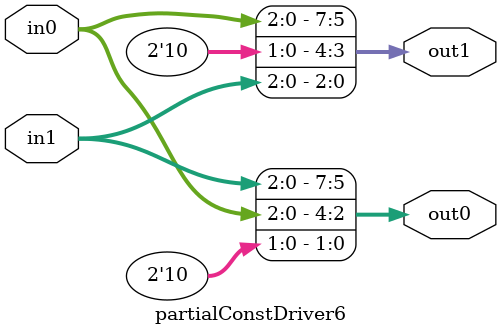
<source format=v>
module partialConstDriver6(input [3-1:0] in0, input [3-1:0] in1, output [8-1:0] out0, output [8-1:0] out1);
  assign out0 = {in1, in0, 2'B 10};
  assign out1 = {in0, 2'B 10, in1};
endmodule

</source>
